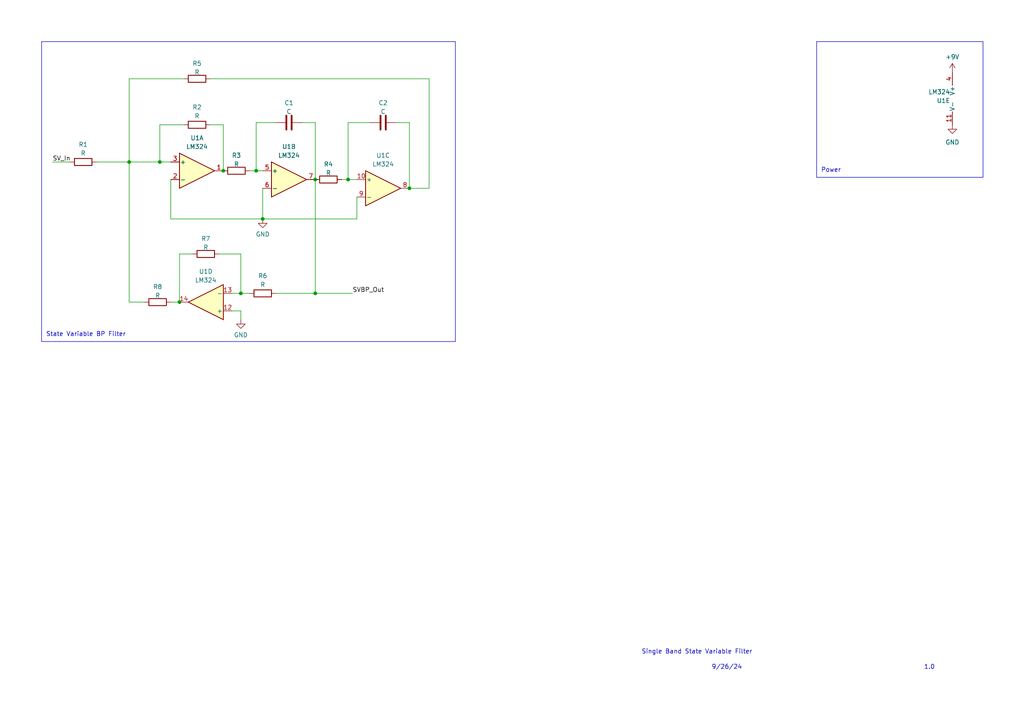
<source format=kicad_sch>
(kicad_sch (version 20230121) (generator eeschema)
  (paper "A4")
  (lib_symbols
    (symbol "Amplifier_Operational:LM324" (pin_names (offset 0.127))
      (property "Reference" "U" (at 0 5.08 0))
      (property "Value" "LM324" (at 0 -5.08 0))
      (symbol "LM324_1_1"
        (polyline (pts (xy -5.08 5.08) (xy 5.08 0) (xy -5.08 -5.08) (xy -5.08 5.08)) (stroke (width 0.254)) (fill (type background)))
        (pin output line (at 7.62 0 180) (length 2.54) (name "~") (number "1"))
        (pin input line (at -7.62 -2.54 0) (length 2.54) (name "-") (number "2"))
        (pin input line (at -7.62 2.54 0) (length 2.54) (name "+") (number "3"))
      )
      (symbol "LM324_2_1"
        (polyline (pts (xy -5.08 5.08) (xy 5.08 0) (xy -5.08 -5.08) (xy -5.08 5.08)) (stroke (width 0.254)) (fill (type background)))
        (pin input line (at -7.62 2.54 0) (length 2.54) (name "+") (number "5"))
        (pin input line (at -7.62 -2.54 0) (length 2.54) (name "-") (number "6"))
        (pin output line (at 7.62 0 180) (length 2.54) (name "~") (number "7"))
      )
      (symbol "LM324_3_1"
        (polyline (pts (xy -5.08 5.08) (xy 5.08 0) (xy -5.08 -5.08) (xy -5.08 5.08)) (stroke (width 0.254)) (fill (type background)))
        (pin input line (at -7.62 2.54 0) (length 2.54) (name "+") (number "10"))
        (pin output line (at 7.62 0 180) (length 2.54) (name "~") (number "8"))
        (pin input line (at -7.62 -2.54 0) (length 2.54) (name "-") (number "9"))
      )
      (symbol "LM324_4_1"
        (polyline (pts (xy -5.08 5.08) (xy 5.08 0) (xy -5.08 -5.08) (xy -5.08 5.08)) (stroke (width 0.254)) (fill (type background)))
        (pin input line (at -7.62 2.54 0) (length 2.54) (name "+") (number "12"))
        (pin input line (at -7.62 -2.54 0) (length 2.54) (name "-") (number "13"))
        (pin output line (at 7.62 0 180) (length 2.54) (name "~") (number "14"))
      )
      (symbol "LM324_5_1"
        (pin power_in line (at -2.54 -7.62 90) (length 3.81) (name "V-") (number "11"))
        (pin power_in line (at -2.54 7.62 270) (length 3.81) (name "V+") (number "4"))
      )
    )
    (symbol "Device:C" (pin_numbers hide) (pin_names (offset 0.254))
      (property "Reference" "C" (at 0.635 2.54 0))
      (property "Value" "C" (at 0.635 -2.54 0))
      (symbol "C_0_1"
        (polyline (pts (xy -2.032 -0.762) (xy 2.032 -0.762)) (stroke (width 0.508)))
        (polyline (pts (xy -2.032 0.762) (xy 2.032 0.762)) (stroke (width 0.508)))
      )
      (symbol "C_1_1"
        (pin passive line (at 0 3.81 270) (length 2.794) (name "~") (number "1"))
        (pin passive line (at 0 -3.81 90) (length 2.794) (name "~") (number "2"))
      )
    )
    (symbol "Device:R" (pin_numbers hide) (pin_names (offset 0))
      (property "Reference" "R" (at 2.032 0 90))
      (property "Value" "R" (at 0 0 90))
      (symbol "R_0_1"
        (rectangle (start -1.016 -2.54) (end 1.016 2.54) (stroke (width 0.254)))
      )
      (symbol "R_1_1"
        (pin passive line (at 0 3.81 270) (length 1.27) (name "~") (number "1"))
        (pin passive line (at 0 -3.81 90) (length 1.27) (name "~") (number "2"))
      )
    )
    (symbol "power:+9V" (power) (pin_names (offset 0))
      (property "Value" "+9V" (at 0 3.556 0))
      (symbol "+9V_0_1"
        (polyline (pts (xy -0.762 1.27) (xy 0 2.54)))
        (polyline (pts (xy 0 0) (xy 0 2.54)))
        (polyline (pts (xy 0 2.54) (xy 0.762 1.27)))
      )
      (symbol "+9V_1_1"
        (pin power_in line (at 0 0 90) (length 0) hide (name "+9V") (number "1"))
      )
    )
    (symbol "power:GND" (power) (pin_names (offset 0))
      (property "Value" "GND" (at 0 -3.81 0))
      (symbol "GND_0_1"
        (polyline (pts (xy 0 0) (xy 0 -1.27) (xy 1.27 -1.27) (xy 0 -2.54) (xy -1.27 -1.27) (xy 0 -1.27)))
      )
      (symbol "GND_1_1"
        (pin power_in line (at 0 0 270) (length 0) hide (name "GND") (number "1"))
      )
    )
  )
  (junction (at 100.965 52.07))
  (junction (at 37.465 46.99))
  (junction (at 91.44 85.09))
  (junction (at 118.745 54.61))
  (junction (at 91.44 52.07))
  (junction (at 64.77 49.53))
  (junction (at 52.07 87.63))
  (junction (at 69.85 85.09))
  (junction (at 46.355 46.99))
  (junction (at 74.295 49.53))
  (junction (at 76.2 63.5))
  (wire (pts (xy 27.94 46.99) (xy 37.465 46.99)))
  (wire (pts (xy 49.53 63.5) (xy 76.2 63.5)))
  (wire (pts (xy 67.31 90.17) (xy 69.85 90.17)))
  (wire (pts (xy 49.53 52.07) (xy 49.53 63.5)))
  (wire (pts (xy 60.96 22.86) (xy 124.46 22.86)))
  (wire (pts (xy 69.85 73.66) (xy 63.5 73.66)))
  (wire (pts (xy 76.2 63.5) (xy 103.505 63.5)))
  (wire (pts (xy 37.465 46.99) (xy 46.355 46.99)))
  (wire (pts (xy 74.295 49.53) (xy 76.2 49.53)))
  (wire (pts (xy 91.44 52.07) (xy 91.44 85.09)))
  (wire (pts (xy 72.39 49.53) (xy 74.295 49.53)))
  (wire (pts (xy 69.85 85.09) (xy 69.85 73.66)))
  (wire (pts (xy 118.745 35.56) (xy 118.745 54.61)))
  (wire (pts (xy 114.935 35.56) (xy 118.745 35.56)))
  (wire (pts (xy 55.88 73.66) (xy 52.07 73.66)))
  (wire (pts (xy 46.355 36.195) (xy 53.34 36.195)))
  (wire (pts (xy 53.34 22.86) (xy 37.465 22.86)))
  (wire (pts (xy 69.85 90.17) (xy 69.85 92.71)))
  (wire (pts (xy 99.06 52.07) (xy 100.965 52.07)))
  (wire (pts (xy 91.44 85.09) (xy 80.01 85.09)))
  (wire (pts (xy 100.965 52.07) (xy 100.965 35.56)))
  (wire (pts (xy 91.44 35.56) (xy 91.44 52.07)))
  (wire (pts (xy 64.77 36.195) (xy 64.77 49.53)))
  (wire (pts (xy 46.355 46.99) (xy 46.355 36.195)))
  (wire (pts (xy 60.96 36.195) (xy 64.77 36.195)))
  (wire (pts (xy 37.465 22.86) (xy 37.465 46.99)))
  (wire (pts (xy 74.295 35.56) (xy 80.01 35.56)))
  (wire (pts (xy 118.745 54.61) (xy 124.46 54.61)))
  (wire (pts (xy 87.63 35.56) (xy 91.44 35.56)))
  (wire (pts (xy 91.44 85.09) (xy 102.235 85.09)))
  (wire (pts (xy 76.2 54.61) (xy 76.2 63.5)))
  (wire (pts (xy 100.965 35.56) (xy 107.315 35.56)))
  (wire (pts (xy 103.505 63.5) (xy 103.505 57.15)))
  (wire (pts (xy 67.31 85.09) (xy 69.85 85.09)))
  (wire (pts (xy 100.965 52.07) (xy 103.505 52.07)))
  (wire (pts (xy 49.53 87.63) (xy 52.07 87.63)))
  (wire (pts (xy 15.24 46.99) (xy 20.32 46.99)))
  (wire (pts (xy 52.07 73.66) (xy 52.07 87.63)))
  (wire (pts (xy 41.91 87.63) (xy 37.465 87.63)))
  (wire (pts (xy 69.85 85.09) (xy 72.39 85.09)))
  (wire (pts (xy 124.46 54.61) (xy 124.46 22.86)))
  (wire (pts (xy 46.355 46.99) (xy 49.53 46.99)))
  (wire (pts (xy 37.465 87.63) (xy 37.465 46.99)))
  (wire (pts (xy 74.295 49.53) (xy 74.295 35.56)))
  (rectangle (start 12.065 12.065) (end 132.08 99.06))
  (rectangle (start 236.855 12.065) (end 285.115 51.435))
  (text "Single Band State Variable Filter\n" (at 186.055 189.865 0) (effects (font (size 1.27 1.27)) (justify left bottom)))
  (text "1.0\n" (at 267.97 194.31 0) (effects (font (size 1.27 1.27)) (justify left bottom)))
  (text "9/26/24" (at 206.375 194.31 0) (effects (font (size 1.27 1.27)) (justify left bottom)))
  (text "Power" (at 238.125 50.165 0) (effects (font (size 1.27 1.27)) (justify left bottom)))
  (text "State Variable BP Filter" (at 13.335 97.79 0) (effects (font (size 1.27 1.27)) (justify left bottom)))
  (label "SV_In" (at 15.24 46.99 0))
  (label "SVBP_Out" (at 102.235 85.09 0))
  (symbol (lib_id "power:GND") (at 276.225 36.195 0) (unit 1)
    (property "Reference" "#PWR01" (effects hide))
    (property "Value" "GND" (at 276.225 41.275 0))
  )
  (symbol (lib_id "power:GND") (at 76.2 63.5 0) (unit 1)
    (property "Reference" "#PWR03" (effects hide))
    (property "Value" "GND" (at 76.2 67.945 0))
  )
  (symbol (lib_id "Device:C") (at 111.125 35.56 90) (unit 1)
    (property "Reference" "C2" (at 111.125 29.845 90))
    (property "Value" "C" (at 111.125 32.385 90))
  )
  (symbol (lib_id "Device:R") (at 45.72 87.63 90) (unit 1)
    (property "Reference" "R8" (at 45.72 83.185 90))
    (property "Value" "R" (at 45.72 85.725 90))
  )
  (symbol (lib_id "Device:R") (at 57.15 36.195 90) (unit 1)
    (property "Reference" "R2" (at 57.15 31.115 90))
    (property "Value" "R" (at 57.15 33.655 90))
  )
  (symbol (lib_id "Device:C") (at 83.82 35.56 270) (unit 1)
    (property "Reference" "C1" (at 83.82 29.845 90))
    (property "Value" "C" (at 83.82 32.385 90))
  )
  (symbol (lib_id "Amplifier_Operational:LM324") (at 278.765 28.575 0) (unit 5)
    (property "Reference" "U1" (at 275.59 29.21 0) (effects (justify right)))
    (property "Value" "LM324" (at 275.59 26.67 0) (effects (justify right)))
    (property "Datasheet" "http://www.ti.com/lit/ds/symlink/lm2902-n.pdf" (effects hide))
  )
  (symbol (lib_id "Device:R") (at 59.69 73.66 90) (unit 1)
    (property "Reference" "R7" (at 59.69 69.215 90))
    (property "Value" "R" (at 59.69 71.755 90))
  )
  (symbol (lib_id "Amplifier_Operational:LM324") (at 59.69 87.63 180) (unit 4)
    (property "Reference" "U1" (at 59.69 78.74 0))
    (property "Value" "LM324" (at 59.69 81.28 0))
    (property "Datasheet" "http://www.ti.com/lit/ds/symlink/lm2902-n.pdf" (effects hide))
  )
  (symbol (lib_id "Amplifier_Operational:LM324") (at 111.125 54.61 0) (unit 3)
    (property "Reference" "U1" (at 111.125 45.085 0))
    (property "Value" "LM324" (at 111.125 47.625 0))
    (property "Datasheet" "http://www.ti.com/lit/ds/symlink/lm2902-n.pdf" (effects hide))
  )
  (symbol (lib_id "power:GND") (at 69.85 92.71 0) (unit 1)
    (property "Reference" "#PWR04" (effects hide))
    (property "Value" "GND" (at 69.85 97.155 0))
  )
  (symbol (lib_id "Device:R") (at 95.25 52.07 90) (unit 1)
    (property "Reference" "R4" (at 95.25 47.625 90))
    (property "Value" "R" (at 95.25 50.165 90))
  )
  (symbol (lib_id "Device:R") (at 68.58 49.53 90) (unit 1)
    (property "Reference" "R3" (at 68.58 45.085 90))
    (property "Value" "R" (at 68.58 47.625 90))
  )
  (symbol (lib_id "power:+9V") (at 276.225 20.955 0) (unit 1)
    (property "Reference" "#PWR02" (effects hide))
    (property "Value" "+9V" (at 276.225 16.51 0))
  )
  (symbol (lib_id "Device:R") (at 57.15 22.86 90) (unit 1)
    (property "Reference" "R5" (at 57.15 18.415 90))
    (property "Value" "R" (at 57.15 20.955 90))
  )
  (symbol (lib_id "Device:R") (at 76.2 85.09 90) (unit 1)
    (property "Reference" "R6" (at 76.2 80.01 90))
    (property "Value" "R" (at 76.2 82.55 90))
  )
  (symbol (lib_id "Amplifier_Operational:LM324") (at 57.15 49.53 0) (unit 1)
    (property "Reference" "U1" (at 57.15 40.005 0))
    (property "Value" "LM324" (at 57.15 42.545 0))
    (property "Datasheet" "http://www.ti.com/lit/ds/symlink/lm2902-n.pdf" (effects hide))
  )
  (symbol (lib_id "Device:R") (at 24.13 46.99 90) (unit 1)
    (property "Reference" "R1" (at 24.13 41.91 90))
    (property "Value" "R" (at 24.13 44.45 90))
  )
  (symbol (lib_id "Amplifier_Operational:LM324") (at 83.82 52.07 0) (unit 2)
    (property "Reference" "U1" (at 83.82 42.545 0))
    (property "Value" "LM324" (at 83.82 45.085 0))
    (property "Datasheet" "http://www.ti.com/lit/ds/symlink/lm2902-n.pdf" (effects hide))
  )
)
</source>
